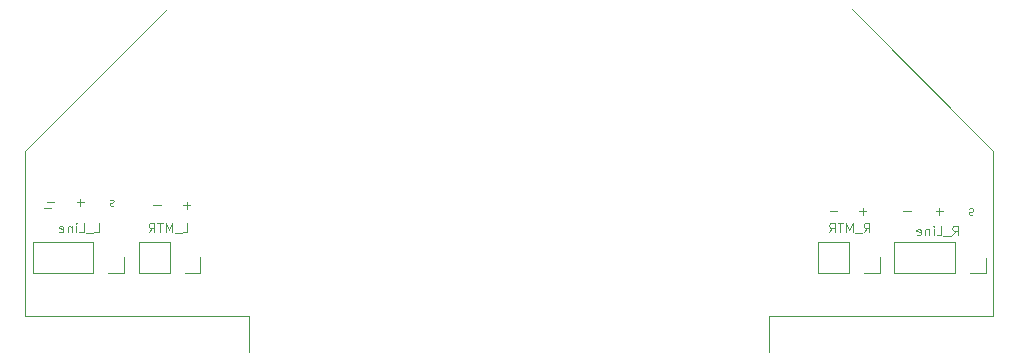
<source format=gbo>
G04 #@! TF.GenerationSoftware,KiCad,Pcbnew,8.0.3*
G04 #@! TF.CreationDate,2025-05-14T17:26:27-04:00*
G04 #@! TF.ProjectId,ballsi,62616c6c-7369-42e6-9b69-6361645f7063,rev?*
G04 #@! TF.SameCoordinates,Original*
G04 #@! TF.FileFunction,Legend,Bot*
G04 #@! TF.FilePolarity,Positive*
%FSLAX46Y46*%
G04 Gerber Fmt 4.6, Leading zero omitted, Abs format (unit mm)*
G04 Created by KiCad (PCBNEW 8.0.3) date 2025-05-14 17:26:27*
%MOMM*%
%LPD*%
G01*
G04 APERTURE LIST*
G04 Aperture macros list*
%AMRoundRect*
0 Rectangle with rounded corners*
0 $1 Rounding radius*
0 $2 $3 $4 $5 $6 $7 $8 $9 X,Y pos of 4 corners*
0 Add a 4 corners polygon primitive as box body*
4,1,4,$2,$3,$4,$5,$6,$7,$8,$9,$2,$3,0*
0 Add four circle primitives for the rounded corners*
1,1,$1+$1,$2,$3*
1,1,$1+$1,$4,$5*
1,1,$1+$1,$6,$7*
1,1,$1+$1,$8,$9*
0 Add four rect primitives between the rounded corners*
20,1,$1+$1,$2,$3,$4,$5,0*
20,1,$1+$1,$4,$5,$6,$7,0*
20,1,$1+$1,$6,$7,$8,$9,0*
20,1,$1+$1,$8,$9,$2,$3,0*%
G04 Aperture macros list end*
%ADD10C,0.100000*%
%ADD11C,0.120000*%
%ADD12O,1.700000X1.700000*%
%ADD13R,1.700000X1.700000*%
%ADD14C,3.000000*%
%ADD15R,1.500000X1.050000*%
%ADD16O,1.500000X1.050000*%
%ADD17C,4.000000*%
%ADD18R,3.800000X3.800000*%
%ADD19C,2.654000*%
%ADD20RoundRect,0.102000X1.225000X-1.225000X1.225000X1.225000X-1.225000X1.225000X-1.225000X-1.225000X0*%
%ADD21R,1.600000X1.600000*%
%ADD22O,1.600000X1.600000*%
%ADD23C,1.300000*%
%ADD24R,1.300000X1.300000*%
%ADD25C,1.600200*%
G04 APERTURE END LIST*
D10*
X229493734Y-67092133D02*
X228884211Y-67092133D01*
X156743734Y-66842133D02*
X156134211Y-66842133D01*
X223243734Y-67092133D02*
X222634211Y-67092133D01*
X225743734Y-67092133D02*
X225134211Y-67092133D01*
X225438972Y-67396895D02*
X225438972Y-66787371D01*
X168493734Y-66592133D02*
X167884211Y-66592133D01*
X168188972Y-66896895D02*
X168188972Y-66287371D01*
X165993734Y-66592133D02*
X165384211Y-66592133D01*
X225536591Y-68896895D02*
X225803258Y-68515942D01*
X225993734Y-68896895D02*
X225993734Y-68096895D01*
X225993734Y-68096895D02*
X225688972Y-68096895D01*
X225688972Y-68096895D02*
X225612782Y-68134990D01*
X225612782Y-68134990D02*
X225574687Y-68173085D01*
X225574687Y-68173085D02*
X225536591Y-68249276D01*
X225536591Y-68249276D02*
X225536591Y-68363561D01*
X225536591Y-68363561D02*
X225574687Y-68439752D01*
X225574687Y-68439752D02*
X225612782Y-68477847D01*
X225612782Y-68477847D02*
X225688972Y-68515942D01*
X225688972Y-68515942D02*
X225993734Y-68515942D01*
X225384211Y-68973085D02*
X224774687Y-68973085D01*
X224584210Y-68896895D02*
X224584210Y-68096895D01*
X224584210Y-68096895D02*
X224317544Y-68668323D01*
X224317544Y-68668323D02*
X224050877Y-68096895D01*
X224050877Y-68096895D02*
X224050877Y-68896895D01*
X223784210Y-68096895D02*
X223327067Y-68096895D01*
X223555639Y-68896895D02*
X223555639Y-68096895D01*
X222603257Y-68896895D02*
X222869924Y-68515942D01*
X223060400Y-68896895D02*
X223060400Y-68096895D01*
X223060400Y-68096895D02*
X222755638Y-68096895D01*
X222755638Y-68096895D02*
X222679448Y-68134990D01*
X222679448Y-68134990D02*
X222641353Y-68173085D01*
X222641353Y-68173085D02*
X222603257Y-68249276D01*
X222603257Y-68249276D02*
X222603257Y-68363561D01*
X222603257Y-68363561D02*
X222641353Y-68439752D01*
X222641353Y-68439752D02*
X222679448Y-68477847D01*
X222679448Y-68477847D02*
X222755638Y-68515942D01*
X222755638Y-68515942D02*
X223060400Y-68515942D01*
X167862782Y-68896895D02*
X168243734Y-68896895D01*
X168243734Y-68896895D02*
X168243734Y-68096895D01*
X167786592Y-68973085D02*
X167177068Y-68973085D01*
X166986591Y-68896895D02*
X166986591Y-68096895D01*
X166986591Y-68096895D02*
X166719925Y-68668323D01*
X166719925Y-68668323D02*
X166453258Y-68096895D01*
X166453258Y-68096895D02*
X166453258Y-68896895D01*
X166186591Y-68096895D02*
X165729448Y-68096895D01*
X165958020Y-68896895D02*
X165958020Y-68096895D01*
X165005638Y-68896895D02*
X165272305Y-68515942D01*
X165462781Y-68896895D02*
X165462781Y-68096895D01*
X165462781Y-68096895D02*
X165158019Y-68096895D01*
X165158019Y-68096895D02*
X165081829Y-68134990D01*
X165081829Y-68134990D02*
X165043734Y-68173085D01*
X165043734Y-68173085D02*
X165005638Y-68249276D01*
X165005638Y-68249276D02*
X165005638Y-68363561D01*
X165005638Y-68363561D02*
X165043734Y-68439752D01*
X165043734Y-68439752D02*
X165081829Y-68477847D01*
X165081829Y-68477847D02*
X165158019Y-68515942D01*
X165158019Y-68515942D02*
X165462781Y-68515942D01*
X233036591Y-69146895D02*
X233303258Y-68765942D01*
X233493734Y-69146895D02*
X233493734Y-68346895D01*
X233493734Y-68346895D02*
X233188972Y-68346895D01*
X233188972Y-68346895D02*
X233112782Y-68384990D01*
X233112782Y-68384990D02*
X233074687Y-68423085D01*
X233074687Y-68423085D02*
X233036591Y-68499276D01*
X233036591Y-68499276D02*
X233036591Y-68613561D01*
X233036591Y-68613561D02*
X233074687Y-68689752D01*
X233074687Y-68689752D02*
X233112782Y-68727847D01*
X233112782Y-68727847D02*
X233188972Y-68765942D01*
X233188972Y-68765942D02*
X233493734Y-68765942D01*
X232884211Y-69223085D02*
X232274687Y-69223085D01*
X231703258Y-69146895D02*
X232084210Y-69146895D01*
X232084210Y-69146895D02*
X232084210Y-68346895D01*
X231436591Y-69146895D02*
X231436591Y-68613561D01*
X231436591Y-68346895D02*
X231474687Y-68384990D01*
X231474687Y-68384990D02*
X231436591Y-68423085D01*
X231436591Y-68423085D02*
X231398496Y-68384990D01*
X231398496Y-68384990D02*
X231436591Y-68346895D01*
X231436591Y-68346895D02*
X231436591Y-68423085D01*
X231055639Y-68613561D02*
X231055639Y-69146895D01*
X231055639Y-68689752D02*
X231017544Y-68651657D01*
X231017544Y-68651657D02*
X230941354Y-68613561D01*
X230941354Y-68613561D02*
X230827068Y-68613561D01*
X230827068Y-68613561D02*
X230750877Y-68651657D01*
X230750877Y-68651657D02*
X230712782Y-68727847D01*
X230712782Y-68727847D02*
X230712782Y-69146895D01*
X230027067Y-69108800D02*
X230103258Y-69146895D01*
X230103258Y-69146895D02*
X230255639Y-69146895D01*
X230255639Y-69146895D02*
X230331829Y-69108800D01*
X230331829Y-69108800D02*
X230369925Y-69032609D01*
X230369925Y-69032609D02*
X230369925Y-68727847D01*
X230369925Y-68727847D02*
X230331829Y-68651657D01*
X230331829Y-68651657D02*
X230255639Y-68613561D01*
X230255639Y-68613561D02*
X230103258Y-68613561D01*
X230103258Y-68613561D02*
X230027067Y-68651657D01*
X230027067Y-68651657D02*
X229988972Y-68727847D01*
X229988972Y-68727847D02*
X229988972Y-68804038D01*
X229988972Y-68804038D02*
X230369925Y-68880228D01*
X232243734Y-67092133D02*
X231634211Y-67092133D01*
X231938972Y-67396895D02*
X231938972Y-66787371D01*
X234781830Y-67358800D02*
X234705639Y-67396895D01*
X234705639Y-67396895D02*
X234553258Y-67396895D01*
X234553258Y-67396895D02*
X234477068Y-67358800D01*
X234477068Y-67358800D02*
X234438972Y-67282609D01*
X234438972Y-67282609D02*
X234438972Y-67244514D01*
X234438972Y-67244514D02*
X234477068Y-67168323D01*
X234477068Y-67168323D02*
X234553258Y-67130228D01*
X234553258Y-67130228D02*
X234667544Y-67130228D01*
X234667544Y-67130228D02*
X234743734Y-67092133D01*
X234743734Y-67092133D02*
X234781830Y-67015942D01*
X234781830Y-67015942D02*
X234781830Y-66977847D01*
X234781830Y-66977847D02*
X234743734Y-66901657D01*
X234743734Y-66901657D02*
X234667544Y-66863561D01*
X234667544Y-66863561D02*
X234553258Y-66863561D01*
X234553258Y-66863561D02*
X234477068Y-66901657D01*
X162031830Y-66608800D02*
X161955639Y-66646895D01*
X161955639Y-66646895D02*
X161803258Y-66646895D01*
X161803258Y-66646895D02*
X161727068Y-66608800D01*
X161727068Y-66608800D02*
X161688972Y-66532609D01*
X161688972Y-66532609D02*
X161688972Y-66494514D01*
X161688972Y-66494514D02*
X161727068Y-66418323D01*
X161727068Y-66418323D02*
X161803258Y-66380228D01*
X161803258Y-66380228D02*
X161917544Y-66380228D01*
X161917544Y-66380228D02*
X161993734Y-66342133D01*
X161993734Y-66342133D02*
X162031830Y-66265942D01*
X162031830Y-66265942D02*
X162031830Y-66227847D01*
X162031830Y-66227847D02*
X161993734Y-66151657D01*
X161993734Y-66151657D02*
X161917544Y-66113561D01*
X161917544Y-66113561D02*
X161803258Y-66113561D01*
X161803258Y-66113561D02*
X161727068Y-66151657D01*
X156993734Y-66342133D02*
X156384211Y-66342133D01*
X159493734Y-66342133D02*
X158884211Y-66342133D01*
X159188972Y-66646895D02*
X159188972Y-66037371D01*
X160362782Y-68896895D02*
X160743734Y-68896895D01*
X160743734Y-68896895D02*
X160743734Y-68096895D01*
X160286592Y-68973085D02*
X159677068Y-68973085D01*
X159105639Y-68896895D02*
X159486591Y-68896895D01*
X159486591Y-68896895D02*
X159486591Y-68096895D01*
X158838972Y-68896895D02*
X158838972Y-68363561D01*
X158838972Y-68096895D02*
X158877068Y-68134990D01*
X158877068Y-68134990D02*
X158838972Y-68173085D01*
X158838972Y-68173085D02*
X158800877Y-68134990D01*
X158800877Y-68134990D02*
X158838972Y-68096895D01*
X158838972Y-68096895D02*
X158838972Y-68173085D01*
X158458020Y-68363561D02*
X158458020Y-68896895D01*
X158458020Y-68439752D02*
X158419925Y-68401657D01*
X158419925Y-68401657D02*
X158343735Y-68363561D01*
X158343735Y-68363561D02*
X158229449Y-68363561D01*
X158229449Y-68363561D02*
X158153258Y-68401657D01*
X158153258Y-68401657D02*
X158115163Y-68477847D01*
X158115163Y-68477847D02*
X158115163Y-68896895D01*
X157429448Y-68858800D02*
X157505639Y-68896895D01*
X157505639Y-68896895D02*
X157658020Y-68896895D01*
X157658020Y-68896895D02*
X157734210Y-68858800D01*
X157734210Y-68858800D02*
X157772306Y-68782609D01*
X157772306Y-68782609D02*
X157772306Y-68477847D01*
X157772306Y-68477847D02*
X157734210Y-68401657D01*
X157734210Y-68401657D02*
X157658020Y-68363561D01*
X157658020Y-68363561D02*
X157505639Y-68363561D01*
X157505639Y-68363561D02*
X157429448Y-68401657D01*
X157429448Y-68401657D02*
X157391353Y-68477847D01*
X157391353Y-68477847D02*
X157391353Y-68554038D01*
X157391353Y-68554038D02*
X157772306Y-68630228D01*
X224500000Y-50000000D02*
X236500000Y-62000000D01*
X217500000Y-76000000D02*
X236500000Y-76000000D01*
X154500000Y-62000000D02*
X154500000Y-76000000D01*
X217500000Y-76000000D02*
X217500000Y-79000000D01*
X166500000Y-50000000D02*
X154500000Y-62000000D01*
X236500000Y-62000000D02*
X236500000Y-76000000D01*
X173500000Y-76000000D02*
X154500000Y-76000000D01*
X173500000Y-76000000D02*
X173500000Y-79000000D01*
D11*
X235855000Y-72355000D02*
X234525000Y-72355000D01*
X235855000Y-71025000D02*
X235855000Y-72355000D01*
X233255000Y-72355000D02*
X228115000Y-72355000D01*
X233255000Y-69695000D02*
X233255000Y-72355000D01*
X233255000Y-69695000D02*
X228115000Y-69695000D01*
X228115000Y-69695000D02*
X228115000Y-72355000D01*
X221670000Y-69670000D02*
X221670000Y-72330000D01*
X224270000Y-69670000D02*
X221670000Y-69670000D01*
X224270000Y-69670000D02*
X224270000Y-72330000D01*
X224270000Y-72330000D02*
X221670000Y-72330000D01*
X226870000Y-71000000D02*
X226870000Y-72330000D01*
X226870000Y-72330000D02*
X225540000Y-72330000D01*
X164170000Y-69670000D02*
X164170000Y-72330000D01*
X166770000Y-69670000D02*
X164170000Y-69670000D01*
X166770000Y-69670000D02*
X166770000Y-72330000D01*
X166770000Y-72330000D02*
X164170000Y-72330000D01*
X169370000Y-71000000D02*
X169370000Y-72330000D01*
X169370000Y-72330000D02*
X168040000Y-72330000D01*
X162910000Y-72330000D02*
X161580000Y-72330000D01*
X162910000Y-71000000D02*
X162910000Y-72330000D01*
X160310000Y-72330000D02*
X155170000Y-72330000D01*
X160310000Y-69670000D02*
X160310000Y-72330000D01*
X160310000Y-69670000D02*
X155170000Y-69670000D01*
X155170000Y-69670000D02*
X155170000Y-72330000D01*
%LPC*%
D12*
X229445000Y-71025000D03*
X231985000Y-71025000D03*
D13*
X234525000Y-71025000D03*
D12*
X223000000Y-71000000D03*
D13*
X225540000Y-71000000D03*
D12*
X165500000Y-71000000D03*
D13*
X168040000Y-71000000D03*
D12*
X156500000Y-71000000D03*
X159040000Y-71000000D03*
D13*
X161580000Y-71000000D03*
D14*
X235750000Y-54750000D03*
X155250000Y-54750000D03*
D15*
X201250000Y-89540000D03*
D16*
X201250000Y-88270000D03*
X201250000Y-87000000D03*
D12*
X204670000Y-97460000D03*
X204670000Y-100000000D03*
X204670000Y-102540000D03*
D13*
X204670000Y-105080000D03*
D17*
X201500000Y-77250000D03*
D18*
X201500000Y-82250000D03*
D12*
X204920000Y-66500000D03*
X207460000Y-66500000D03*
D13*
X210000000Y-66500000D03*
D19*
X215000000Y-89000000D03*
X210300000Y-89000000D03*
D20*
X205600000Y-89000000D03*
D12*
X213920000Y-66500000D03*
X216460000Y-66500000D03*
D13*
X219000000Y-66500000D03*
D21*
X175500000Y-68880000D03*
D22*
X175500000Y-71420000D03*
X175500000Y-73960000D03*
X175500000Y-76500000D03*
X175500000Y-79040000D03*
X175500000Y-81580000D03*
X175500000Y-84120000D03*
X175500000Y-86660000D03*
X175500000Y-89200000D03*
X175500000Y-91740000D03*
X175500000Y-94280000D03*
X175500000Y-96820000D03*
X175500000Y-99360000D03*
X175500000Y-101900000D03*
X175500000Y-104440000D03*
X190740000Y-104440000D03*
X190740000Y-101900000D03*
X190740000Y-99360000D03*
X190740000Y-96820000D03*
X190740000Y-94280000D03*
X190740000Y-91740000D03*
X190740000Y-89200000D03*
X190740000Y-86660000D03*
X190740000Y-84120000D03*
X190740000Y-81580000D03*
X190740000Y-79040000D03*
X190740000Y-76500000D03*
X190740000Y-73960000D03*
X190740000Y-71420000D03*
X190740000Y-68880000D03*
D23*
X207100000Y-82040000D03*
X207100000Y-79500000D03*
X214720000Y-79500000D03*
D24*
X214720000Y-82040000D03*
D12*
X195905000Y-66525000D03*
X198445000Y-66525000D03*
D13*
X200985000Y-66525000D03*
D25*
X194000000Y-75835001D03*
X194000000Y-83455001D03*
X194000000Y-91075001D03*
X194000000Y-93615001D03*
%LPD*%
M02*

</source>
